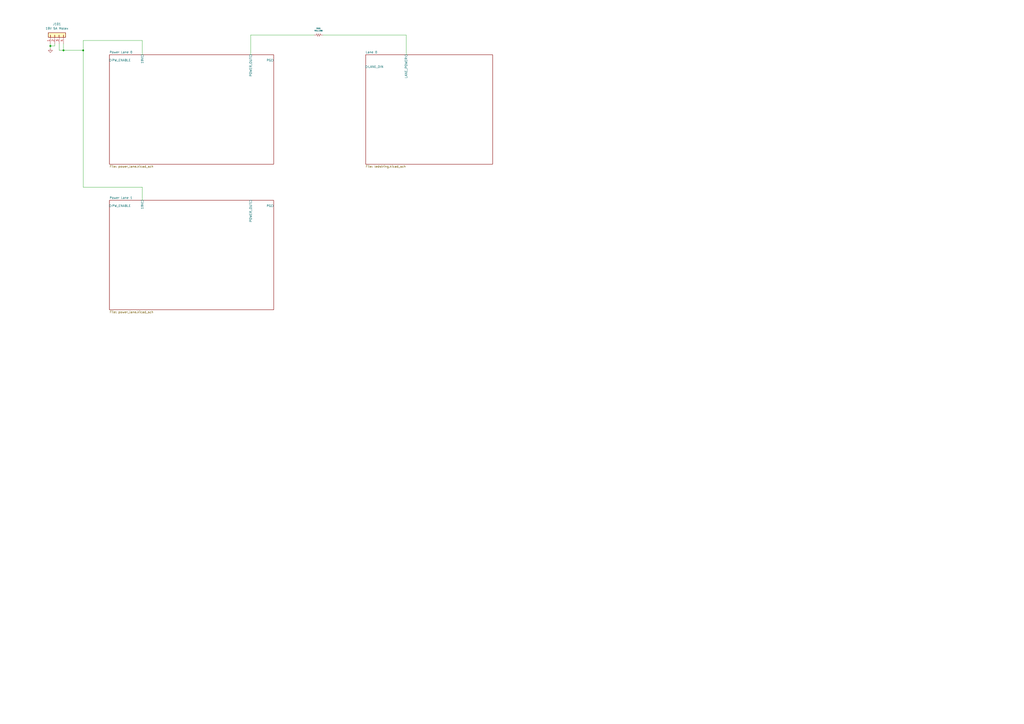
<source format=kicad_sch>
(kicad_sch (version 20211123) (generator eeschema)
  (paper "A2")
  (title_block (title "ElQueso StreamPlay") (date "2022-11-07") (rev "0.1") (company "ElQueso"))
  (lib_symbols
    (symbol "Connector_Generic:Conn_01x04" (pin_names (offset 1.016) hide)
      (property "Reference" "J" (at 0 5.08 0))
      (property "Value" "Conn_01x04" (at 0 -7.62 0))
      (symbol "Conn_01x04_1_1"
        (rectangle (start -1.27 -4.953) (end 0 -5.207) (stroke (width 0.1524)))
        (rectangle (start -1.27 -2.413) (end 0 -2.667) (stroke (width 0.1524)))
        (rectangle (start -1.27 0.127) (end 0 -0.127) (stroke (width 0.1524)))
        (rectangle (start -1.27 2.667) (end 0 2.413) (stroke (width 0.1524)))
        (rectangle (start -1.27 3.81) (end 1.27 -6.35) (stroke (width 0.254)) (fill (type background)))
        (pin passive line (at -5.08 2.54 0) (length 3.81) (name "Pin_1") (number "1"))
        (pin passive line (at -5.08 0 0) (length 3.81) (name "Pin_2") (number "2"))
        (pin passive line (at -5.08 -2.54 0) (length 3.81) (name "Pin_3") (number "3"))
        (pin passive line (at -5.08 -5.08 0) (length 3.81) (name "Pin_4") (number "4"))
      )
    )
    (symbol "passives:RES_1206" (pin_numbers hide) (pin_names (offset 0) hide)
      (property "Reference" "R" (at 0 -2.54 0))
      (property "Value" "RES_1206" (at 0 1.27 0))
      (symbol "RES_1206_0_1"
        (polyline (pts (xy -1.27 0) (xy -1.016 0.762) (xy -0.508 -0.762) (xy 0 0.762) (xy 0.508 -0.762) (xy 1.016 0.762) (xy 1.27 0)))
      )
      (symbol "RES_1206_1_1"
        (pin input line (at -2.54 0 0) (length 1.27) (name "1") (number "1"))
        (pin input line (at 2.54 0 180) (length 1.27) (name "2") (number "2"))
      )
    )
    (symbol "power:GND" (power) (pin_names (offset 0))
      (property "Value" "GND" (at 0 -3.81 0))
      (symbol "GND_0_1"
        (polyline (pts (xy 0 0) (xy 0 -1.27) (xy 1.27 -1.27) (xy 0 -2.54) (xy -1.27 -1.27) (xy 0 -1.27)))
      )
      (symbol "GND_1_1"
        (pin power_in line (at 0 0 270) (length 0) hide (name "GND") (number "1"))
      )
    )
  )
  (junction (at 48.26 29.21))
  (junction (at 36.83 29.21))
  (junction (at 29.21 26.67))
  (wire (pts (xy 48.26 29.21) (xy 48.26 108.585)))
  (wire (pts (xy 31.75 26.67) (xy 29.21 26.67)))
  (wire (pts (xy 145.415 20.32) (xy 145.415 31.75)))
  (wire (pts (xy 29.21 26.67) (xy 29.21 25.4)))
  (wire (pts (xy 82.55 108.585) (xy 82.55 116.205)))
  (wire (pts (xy 36.83 29.21) (xy 34.29 29.21)))
  (wire (pts (xy 48.26 29.21) (xy 48.26 23.495)))
  (wire (pts (xy 36.83 25.4) (xy 36.83 29.21)))
  (wire (pts (xy 187.325 20.32) (xy 235.585 20.32)))
  (wire (pts (xy 82.55 23.495) (xy 82.55 31.75)))
  (wire (pts (xy 29.21 26.67) (xy 29.21 27.94)))
  (wire (pts (xy 34.29 25.4) (xy 34.29 29.21)))
  (wire (pts (xy 182.245 20.32) (xy 145.415 20.32)))
  (wire (pts (xy 48.26 23.495) (xy 82.55 23.495)))
  (wire (pts (xy 48.26 108.585) (xy 82.55 108.585)))
  (wire (pts (xy 31.75 25.4) (xy 31.75 26.67)))
  (wire (pts (xy 235.585 20.32) (xy 235.585 31.75)))
  (wire (pts (xy 36.83 29.21) (xy 48.26 29.21)))
  (symbol (lib_id "power:GND") (at 29.21 27.94 0) (unit 1)
    (property "Reference" "#PWR0101" (effects hide))
    (property "Value" "GND" (effects hide))
  )
  (symbol (lib_id "Connector_Generic:Conn_01x04") (at 31.75 20.32 90) (unit 1)
    (property "Reference" "J101" (at 33.02 13.97 90))
    (property "Value" "19V 5A Molex" (at 33.02 16.51 90))
    (property "Footprint" "Connectors_Molex:MICROFIT_4POS_FEM_43650-0404" (effects hide))
  )
  (symbol (lib_id "passives:RES_1206") (at 184.785 20.32 0) (unit 1)
    (property "Reference" "R101" (at 184.785 16.51 0) (effects (font (size 0.635 0.635))))
    (property "Value" "RES_1206" (at 184.785 17.78 0) (effects (font (size 0.635 0.635))))
    (property "Footprint" "General_SMD:SM1206" (effects hide))
  )
  (sheet (at 63.5 31.75) (size 95.25 63.5) (stroke (width 0.1524))
    (property "Sheet name" "Power Lane 0" (at 63.5 31.0384 0) (effects (justify left bottom)))
    (property "Sheet file" "power_lane.kicad_sch" (at 63.5 95.8346 0) (effects (justify left top)))
    (pin "PW_ENABLE" input (at 63.5 34.925 180))
    (pin "19V" passive (at 82.55 31.75 90))
    (pin "PG" output (at 158.75 34.925 0))
    (pin "POWER_OUT" passive (at 145.415 31.75 90))
  )
  (sheet (at 63.5 116.205) (size 95.25 63.5) (stroke (width 0.1524))
    (property "Sheet name" "Power Lane 1" (at 63.5 115.4934 0) (effects (justify left bottom)))
    (property "Sheet file" "power_lane.kicad_sch" (at 63.5 180.2896 0) (effects (justify left top)))
    (pin "PW_ENABLE" input (at 63.5 119.38 180))
    (pin "19V" passive (at 82.55 116.205 90))
    (pin "PG" output (at 158.75 119.38 0))
    (pin "POWER_OUT" passive (at 145.415 116.205 90))
  )
  (sheet (at 212.09 31.75) (size 73.66 63.5) (stroke (width 0.1524))
    (property "Sheet name" "Lane 0" (at 212.09 31.0384 0) (effects (justify left bottom)))
    (property "Sheet file" "ledstring.kicad_sch" (at 212.09 95.8346 0) (effects (justify left top)))
    (pin "LANE_POWER" input (at 235.585 31.75 90))
    (pin "LANE_DIN" input (at 212.09 38.735 180))
  )
)
</source>
